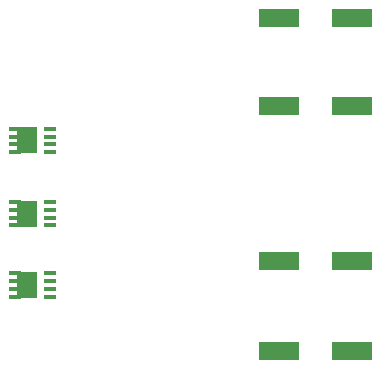
<source format=gtp>
G04*
G04 #@! TF.GenerationSoftware,Altium Limited,Altium Designer,20.0.12 (288)*
G04*
G04 Layer_Color=8421504*
%FSLAX25Y25*%
%MOIN*%
G70*
G01*
G75*
%ADD12R,0.13386X0.06299*%
%ADD13R,0.03898X0.01595*%
%ADD14R,0.06791X0.08799*%
D12*
X282795Y215500D02*
D03*
X307205D02*
D03*
X282795Y245500D02*
D03*
X307205D02*
D03*
X282795Y297000D02*
D03*
X307205D02*
D03*
X282795Y326500D02*
D03*
X307205D02*
D03*
D13*
X194748Y241295D02*
D03*
Y238697D02*
D03*
Y233500D02*
D03*
Y236098D02*
D03*
X206500Y241295D02*
D03*
Y238697D02*
D03*
Y233500D02*
D03*
Y236098D02*
D03*
X194748Y265098D02*
D03*
Y262500D02*
D03*
Y257303D02*
D03*
Y259902D02*
D03*
X206500Y265098D02*
D03*
Y262500D02*
D03*
Y257303D02*
D03*
Y259902D02*
D03*
X194748Y289500D02*
D03*
Y286901D02*
D03*
Y281705D02*
D03*
Y284303D02*
D03*
X206500Y289500D02*
D03*
Y286901D02*
D03*
Y281705D02*
D03*
Y284303D02*
D03*
D14*
X198655Y237398D02*
D03*
Y261201D02*
D03*
Y285602D02*
D03*
M02*

</source>
